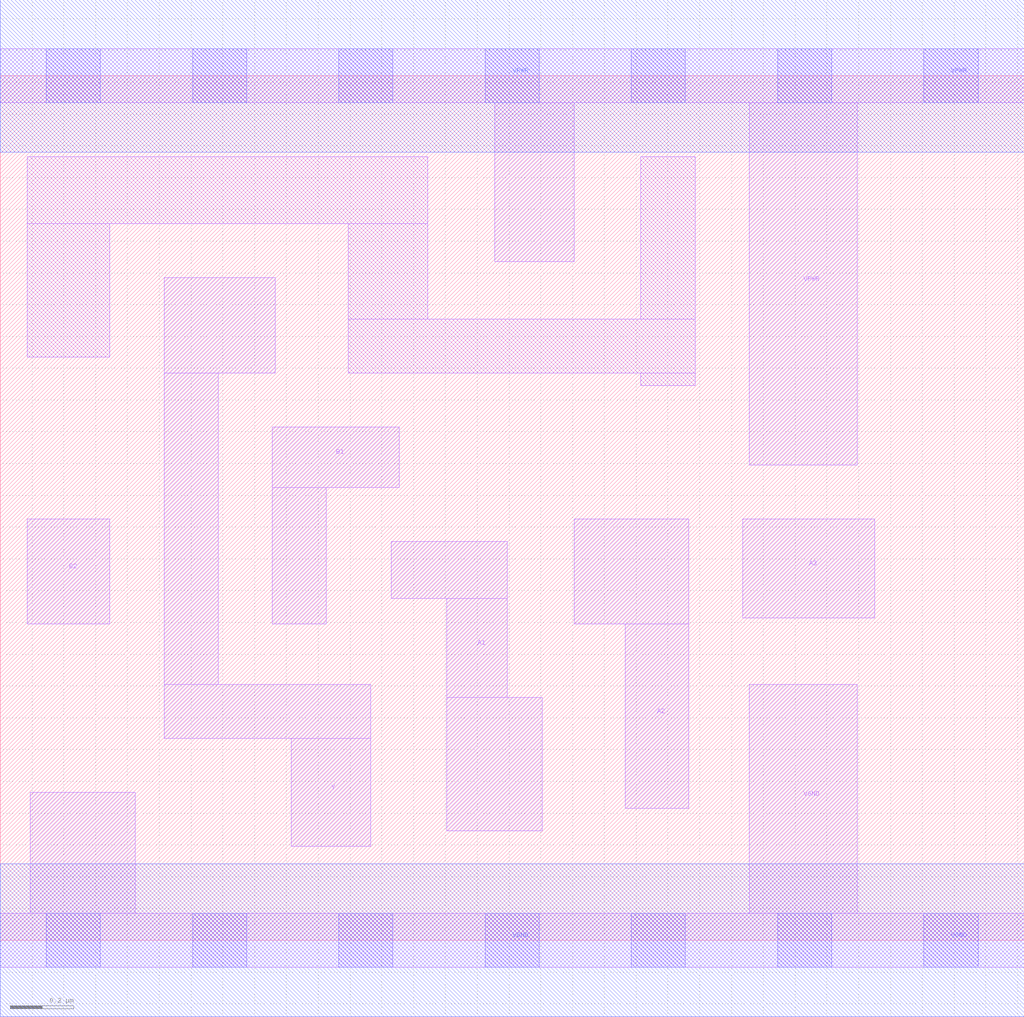
<source format=lef>
# Copyright 2020 The SkyWater PDK Authors
#
# Licensed under the Apache License, Version 2.0 (the "License");
# you may not use this file except in compliance with the License.
# You may obtain a copy of the License at
#
#     https://www.apache.org/licenses/LICENSE-2.0
#
# Unless required by applicable law or agreed to in writing, software
# distributed under the License is distributed on an "AS IS" BASIS,
# WITHOUT WARRANTIES OR CONDITIONS OF ANY KIND, either express or implied.
# See the License for the specific language governing permissions and
# limitations under the License.
#
# SPDX-License-Identifier: Apache-2.0

VERSION 5.7 ;
  NAMESCASESENSITIVE ON ;
  NOWIREEXTENSIONATPIN ON ;
  DIVIDERCHAR "/" ;
  BUSBITCHARS "[]" ;
UNITS
  DATABASE MICRONS 200 ;
END UNITS
MACRO sky130_fd_sc_hd__a32oi_1
  CLASS CORE ;
  SOURCE USER ;
  FOREIGN sky130_fd_sc_hd__a32oi_1 ;
  ORIGIN  0.000000  0.000000 ;
  SIZE  3.220000 BY  2.720000 ;
  SYMMETRY X Y R90 ;
  SITE unithd ;
  PIN A1
    ANTENNAGATEAREA  0.247500 ;
    DIRECTION INPUT ;
    USE SIGNAL ;
    PORT
      LAYER li1 ;
        RECT 1.230000 1.075000 1.595000 1.255000 ;
        RECT 1.405000 0.345000 1.705000 0.765000 ;
        RECT 1.405000 0.765000 1.595000 1.075000 ;
    END
  END A1
  PIN A2
    ANTENNAGATEAREA  0.247500 ;
    DIRECTION INPUT ;
    USE SIGNAL ;
    PORT
      LAYER li1 ;
        RECT 1.805000 0.995000 2.165000 1.325000 ;
        RECT 1.965000 0.415000 2.165000 0.995000 ;
    END
  END A2
  PIN A3
    ANTENNAGATEAREA  0.247500 ;
    DIRECTION INPUT ;
    USE SIGNAL ;
    PORT
      LAYER li1 ;
        RECT 2.335000 1.015000 2.750000 1.325000 ;
    END
  END A3
  PIN B1
    ANTENNAGATEAREA  0.247500 ;
    DIRECTION INPUT ;
    USE SIGNAL ;
    PORT
      LAYER li1 ;
        RECT 0.855000 0.995000 1.025000 1.425000 ;
        RECT 0.855000 1.425000 1.255000 1.615000 ;
    END
  END B1
  PIN B2
    ANTENNAGATEAREA  0.247500 ;
    DIRECTION INPUT ;
    USE SIGNAL ;
    PORT
      LAYER li1 ;
        RECT 0.085000 0.995000 0.345000 1.325000 ;
    END
  END B2
  PIN Y
    ANTENNADIFFAREA  0.575500 ;
    DIRECTION OUTPUT ;
    USE SIGNAL ;
    PORT
      LAYER li1 ;
        RECT 0.515000 0.635000 1.165000 0.805000 ;
        RECT 0.515000 0.805000 0.685000 1.785000 ;
        RECT 0.515000 1.785000 0.865000 2.085000 ;
        RECT 0.915000 0.295000 1.165000 0.635000 ;
    END
  END Y
  PIN VGND
    DIRECTION INOUT ;
    SHAPE ABUTMENT ;
    USE GROUND ;
    PORT
      LAYER li1 ;
        RECT 0.000000 -0.085000 3.220000 0.085000 ;
        RECT 0.095000  0.085000 0.425000 0.465000 ;
        RECT 2.355000  0.085000 2.695000 0.805000 ;
      LAYER mcon ;
        RECT 0.145000 -0.085000 0.315000 0.085000 ;
        RECT 0.605000 -0.085000 0.775000 0.085000 ;
        RECT 1.065000 -0.085000 1.235000 0.085000 ;
        RECT 1.525000 -0.085000 1.695000 0.085000 ;
        RECT 1.985000 -0.085000 2.155000 0.085000 ;
        RECT 2.445000 -0.085000 2.615000 0.085000 ;
        RECT 2.905000 -0.085000 3.075000 0.085000 ;
      LAYER met1 ;
        RECT 0.000000 -0.240000 3.220000 0.240000 ;
    END
  END VGND
  PIN VPWR
    DIRECTION INOUT ;
    SHAPE ABUTMENT ;
    USE POWER ;
    PORT
      LAYER li1 ;
        RECT 0.000000 2.635000 3.220000 2.805000 ;
        RECT 1.555000 2.135000 1.805000 2.635000 ;
        RECT 2.355000 1.495000 2.695000 2.635000 ;
      LAYER mcon ;
        RECT 0.145000 2.635000 0.315000 2.805000 ;
        RECT 0.605000 2.635000 0.775000 2.805000 ;
        RECT 1.065000 2.635000 1.235000 2.805000 ;
        RECT 1.525000 2.635000 1.695000 2.805000 ;
        RECT 1.985000 2.635000 2.155000 2.805000 ;
        RECT 2.445000 2.635000 2.615000 2.805000 ;
        RECT 2.905000 2.635000 3.075000 2.805000 ;
      LAYER met1 ;
        RECT 0.000000 2.480000 3.220000 2.960000 ;
    END
  END VPWR
  OBS
    LAYER li1 ;
      RECT 0.085000 1.835000 0.345000 2.255000 ;
      RECT 0.085000 2.255000 1.345000 2.465000 ;
      RECT 1.095000 1.785000 2.185000 1.955000 ;
      RECT 1.095000 1.955000 1.345000 2.255000 ;
      RECT 2.015000 1.745000 2.185000 1.785000 ;
      RECT 2.015000 1.955000 2.185000 2.465000 ;
  END
END sky130_fd_sc_hd__a32oi_1

</source>
